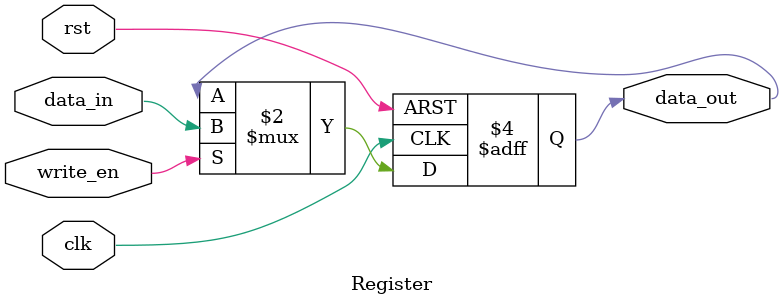
<source format=v>
`timescale 1ns / 1ps
module Register( clk, rst, write_en ,data_in, data_out );

parameter WORD_SIZE = 1 ; 

input wire clk , rst, write_en ;
input wire [WORD_SIZE-1:0] data_in ; 
output reg [WORD_SIZE-1:0] data_out; 

always @(posedge rst or posedge clk )
begin 

	if (rst)  begin 
		data_out <= { WORD_SIZE {1'b0} };  
	end 
	else if (clk) begin
	
		if ( write_en )  begin 
			data_out  <= data_in ; 
		end 		
	end 

end 

endmodule

</source>
